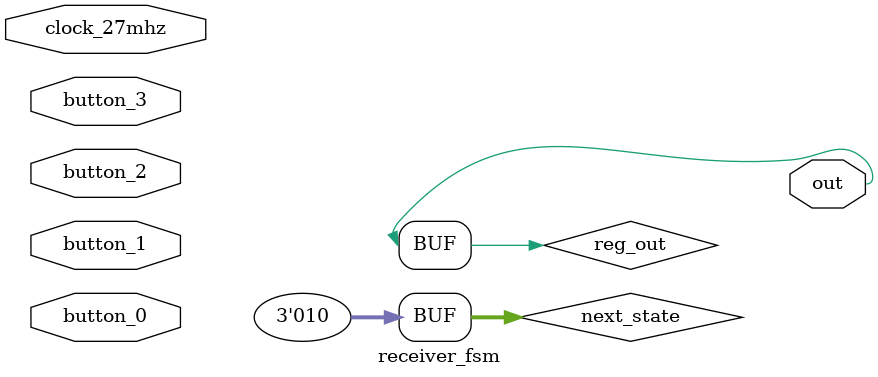
<source format=v>
`timescale 1ns / 1ps

module receiver_fsm(input clock_27mhz,
                   	input button_0, button_1, button_2, button_3,
                    output out);

	parameter S_learn = 0;
	parameter S_playback = 1;
	parameter S_blah = 2;

	reg [2:0] state, next_state;
	reg reg_out;

	always @(*) begin
		case (state)
			S_learn: begin
				next_state <= S_blah;
			end
			S_playback: next_state <= S_blah;
			S_blah: next_state <= S_blah;
			default: next_state <= S_blah;
		endcase
	end

	always @(posedge clock_27mhz) state <= next_state;

	assign out = reg_out;
endmodule

</source>
